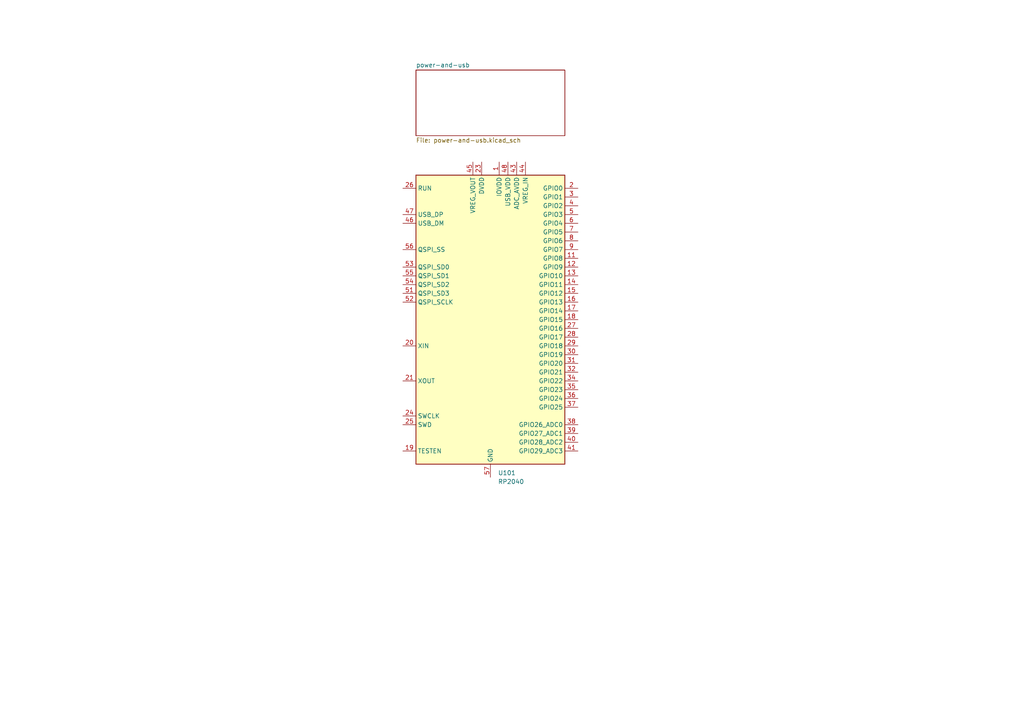
<source format=kicad_sch>
(kicad_sch (version 20231120) (generator "eeschema") (generator_version "8.0")
  (paper "A4")
  (lib_symbols
    (symbol "MCU_RaspberryPi:RP2040"
      (property "Reference" "U" (at 17.78 45.72 0))
      (property "Value" "RP2040" (at 17.78 43.18 0))
      (symbol "RP2040_0_1"
        (rectangle (start -21.59 41.91) (end 21.59 -41.91) (stroke (width 0.254)) (fill (type background)))
      )
      (symbol "RP2040_1_1"
        (pin power_in line (at 2.54 45.72 270) (length 3.81) (name "IOVDD") (number "1"))
        (pin passive line (at 2.54 45.72 270) (length 3.81) hide (name "IOVDD") (number "10"))
        (pin bidirectional line (at 25.4 17.78 180) (length 3.81) (name "GPIO8") (number "11"))
        (pin bidirectional line (at 25.4 15.24 180) (length 3.81) (name "GPIO9") (number "12"))
        (pin bidirectional line (at 25.4 12.7 180) (length 3.81) (name "GPIO10") (number "13"))
        (pin bidirectional line (at 25.4 10.16 180) (length 3.81) (name "GPIO11") (number "14"))
        (pin bidirectional line (at 25.4 7.62 180) (length 3.81) (name "GPIO12") (number "15"))
        (pin bidirectional line (at 25.4 5.08 180) (length 3.81) (name "GPIO13") (number "16"))
        (pin bidirectional line (at 25.4 2.54 180) (length 3.81) (name "GPIO14") (number "17"))
        (pin bidirectional line (at 25.4 0 180) (length 3.81) (name "GPIO15") (number "18"))
        (pin input line (at -25.4 -38.1 0) (length 3.81) (name "TESTEN") (number "19"))
        (pin bidirectional line (at 25.4 38.1 180) (length 3.81) (name "GPIO0") (number "2"))
        (pin input line (at -25.4 -7.62 0) (length 3.81) (name "XIN") (number "20"))
        (pin passive line (at -25.4 -17.78 0) (length 3.81) (name "XOUT") (number "21"))
        (pin passive line (at 2.54 45.72 270) (length 3.81) hide (name "IOVDD") (number "22"))
        (pin power_in line (at -2.54 45.72 270) (length 3.81) (name "DVDD") (number "23"))
        (pin input line (at -25.4 -27.94 0) (length 3.81) (name "SWCLK") (number "24"))
        (pin bidirectional line (at -25.4 -30.48 0) (length 3.81) (name "SWD") (number "25"))
        (pin input line (at -25.4 38.1 0) (length 3.81) (name "RUN") (number "26"))
        (pin bidirectional line (at 25.4 -2.54 180) (length 3.81) (name "GPIO16") (number "27"))
        (pin bidirectional line (at 25.4 -5.08 180) (length 3.81) (name "GPIO17") (number "28"))
        (pin bidirectional line (at 25.4 -7.62 180) (length 3.81) (name "GPIO18") (number "29"))
        (pin bidirectional line (at 25.4 35.56 180) (length 3.81) (name "GPIO1") (number "3"))
        (pin bidirectional line (at 25.4 -10.16 180) (length 3.81) (name "GPIO19") (number "30"))
        (pin bidirectional line (at 25.4 -12.7 180) (length 3.81) (name "GPIO20") (number "31"))
        (pin bidirectional line (at 25.4 -15.24 180) (length 3.81) (name "GPIO21") (number "32"))
        (pin passive line (at 2.54 45.72 270) (length 3.81) hide (name "IOVDD") (number "33"))
        (pin bidirectional line (at 25.4 -17.78 180) (length 3.81) (name "GPIO22") (number "34"))
        (pin bidirectional line (at 25.4 -20.32 180) (length 3.81) (name "GPIO23") (number "35"))
        (pin bidirectional line (at 25.4 -22.86 180) (length 3.81) (name "GPIO24") (number "36"))
        (pin bidirectional line (at 25.4 -25.4 180) (length 3.81) (name "GPIO25") (number "37"))
        (pin bidirectional line (at 25.4 -30.48 180) (length 3.81) (name "GPIO26_ADC0") (number "38"))
        (pin bidirectional line (at 25.4 -33.02 180) (length 3.81) (name "GPIO27_ADC1") (number "39"))
        (pin bidirectional line (at 25.4 33.02 180) (length 3.81) (name "GPIO2") (number "4"))
        (pin bidirectional line (at 25.4 -35.56 180) (length 3.81) (name "GPIO28_ADC2") (number "40"))
        (pin bidirectional line (at 25.4 -38.1 180) (length 3.81) (name "GPIO29_ADC3") (number "41"))
        (pin passive line (at 2.54 45.72 270) (length 3.81) hide (name "IOVDD") (number "42"))
        (pin power_in line (at 7.62 45.72 270) (length 3.81) (name "ADC_AVDD") (number "43"))
        (pin power_in line (at 10.16 45.72 270) (length 3.81) (name "VREG_IN") (number "44"))
        (pin power_out line (at -5.08 45.72 270) (length 3.81) (name "VREG_VOUT") (number "45"))
        (pin bidirectional line (at -25.4 27.94 0) (length 3.81) (name "USB_DM") (number "46"))
        (pin bidirectional line (at -25.4 30.48 0) (length 3.81) (name "USB_DP") (number "47"))
        (pin power_in line (at 5.08 45.72 270) (length 3.81) (name "USB_VDD") (number "48"))
        (pin passive line (at 2.54 45.72 270) (length 3.81) hide (name "IOVDD") (number "49"))
        (pin bidirectional line (at 25.4 30.48 180) (length 3.81) (name "GPIO3") (number "5"))
        (pin passive line (at -2.54 45.72 270) (length 3.81) hide (name "DVDD") (number "50"))
        (pin bidirectional line (at -25.4 7.62 0) (length 3.81) (name "QSPI_SD3") (number "51"))
        (pin output line (at -25.4 5.08 0) (length 3.81) (name "QSPI_SCLK") (number "52"))
        (pin bidirectional line (at -25.4 15.24 0) (length 3.81) (name "QSPI_SD0") (number "53"))
        (pin bidirectional line (at -25.4 10.16 0) (length 3.81) (name "QSPI_SD2") (number "54"))
        (pin bidirectional line (at -25.4 12.7 0) (length 3.81) (name "QSPI_SD1") (number "55"))
        (pin bidirectional line (at -25.4 20.32 0) (length 3.81) (name "QSPI_SS") (number "56"))
        (pin power_in line (at 0 -45.72 90) (length 3.81) (name "GND") (number "57"))
        (pin bidirectional line (at 25.4 27.94 180) (length 3.81) (name "GPIO4") (number "6"))
        (pin bidirectional line (at 25.4 25.4 180) (length 3.81) (name "GPIO5") (number "7"))
        (pin bidirectional line (at 25.4 22.86 180) (length 3.81) (name "GPIO6") (number "8"))
        (pin bidirectional line (at 25.4 20.32 180) (length 3.81) (name "GPIO7") (number "9"))
      )
    )
  )
  (symbol (lib_id "MCU_RaspberryPi:RP2040") (at 142.24 92.71 0) (unit 1)
    (property "Reference" "U101" (at 144.4341 137.16 0) (effects (justify left)))
    (property "Value" "RP2040" (at 144.4341 139.7 0) (effects (justify left)))
    (property "Footprint" "Package_DFN_QFN:QFN-56-1EP_7x7mm_P0.4mm_EP3.2x3.2mm" (effects (hide yes)))
    (property "Datasheet" "https://datasheets.raspberrypi.com/rp2040/rp2040-datasheet.pdf" (effects (hide yes)))
    (property "Description" "A microcontroller by Raspberry Pi" (effects (hide yes)))
  )
  (sheet (at 120.65 20.32) (size 43.18 19.05) (stroke (width 0.1524))
    (property "Sheetname" "power-and-usb" (at 120.65 19.6084 0) (effects (justify left bottom)))
    (property "Sheetfile" "power-and-usb.kicad_sch" (at 120.65 39.9546 0) (effects (justify left top)))
  )
)
</source>
